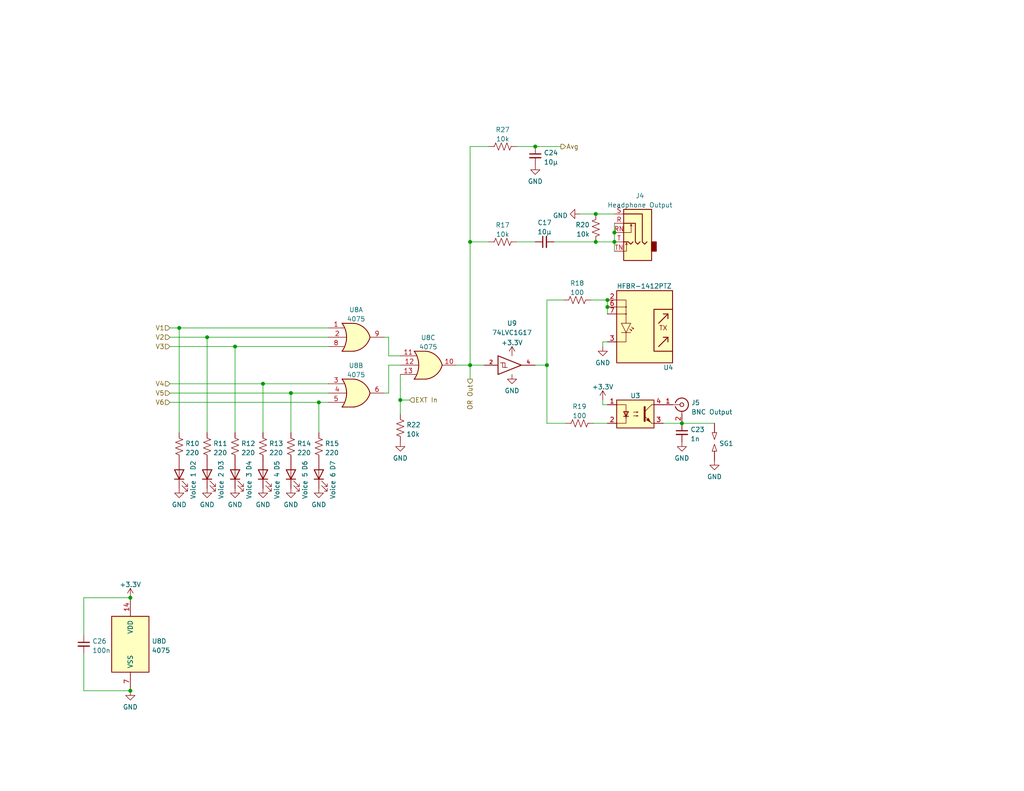
<source format=kicad_sch>
(kicad_sch (version 20230121) (generator eeschema)
  (paper "USLetter")
  (title_block (title "Sound Outputs") (rev "1") (comment 2 "July 2022") (comment 3 "Daniel Van Dalsem") (comment 4 "UCSB IEEE"))
  (lib_symbols
    (symbol "4xxx:4075" (pin_names (offset 1.016))
      (property "Reference" "U" (at 0 1.27 0))
      (property "Value" "4075" (at 0 -1.27 0))
      (symbol "4075_1_1"
        (arc (start -3.81 -3.81) (mid -2.589 0) (end -3.81 3.81) (stroke (width 0.254)))
        (arc (start -0.6096 -3.81) (mid 2.1842 -2.5851) (end 3.81 0) (stroke (width 0.254)) (fill (type background)))
        (polyline (pts (xy -3.81 -3.81) (xy -0.635 -3.81)) (stroke (width 0.254)) (fill (type background)))
        (polyline (pts (xy -3.81 3.81) (xy -0.635 3.81)) (stroke (width 0.254)) (fill (type background)))
        (polyline (pts (xy -0.635 3.81) (xy -3.81 3.81) (xy -3.81 3.81) (xy -3.556 3.4036) (xy -3.0226 2.2606) (xy -2.6924 1.0414) (xy -2.6162 -0.254) (xy -2.7686 -1.4986) (xy -3.175 -2.7178) (xy -3.81 -3.81) (xy -3.81 -3.81) (xy -0.635 -3.81)) (stroke (width -25.4)) (fill (type background)))
        (arc (start 3.81 0) (mid 2.1915 2.5936) (end -0.6096 3.81) (stroke (width 0.254)) (fill (type background)))
        (pin input line (at -7.62 2.54 0) (length 4.318) (name "~") (number "1"))
        (pin input line (at -7.62 0 0) (length 4.953) (name "~") (number "2"))
        (pin input line (at -7.62 -2.54 0) (length 4.318) (name "~") (number "8"))
        (pin output line (at 7.62 0 180) (length 3.81) (name "~") (number "9"))
      )
      (symbol "4075_1_2"
        (arc (start 0 -3.81) (mid 3.7934 0) (end 0 3.81) (stroke (width 0.254)) (fill (type background)))
        (polyline (pts (xy 0 3.81) (xy -3.81 3.81) (xy -3.81 -3.81) (xy 0 -3.81)) (stroke (width 0.254)) (fill (type background)))
        (pin input inverted (at -7.62 2.54 0) (length 3.81) (name "~") (number "1"))
        (pin input inverted (at -7.62 0 0) (length 3.81) (name "~") (number "2"))
        (pin input inverted (at -7.62 -2.54 0) (length 3.81) (name "~") (number "8"))
        (pin output inverted (at 7.62 0 180) (length 3.81) (name "~") (number "9"))
      )
      (symbol "4075_2_1"
        (arc (start -3.81 -3.81) (mid -2.589 0) (end -3.81 3.81) (stroke (width 0.254)))
        (arc (start -0.6096 -3.81) (mid 2.1842 -2.5851) (end 3.81 0) (stroke (width 0.254)) (fill (type background)))
        (polyline (pts (xy -3.81 -3.81) (xy -0.635 -3.81)) (stroke (width 0.254)) (fill (type background)))
        (polyline (pts (xy -3.81 3.81) (xy -0.635 3.81)) (stroke (width 0.254)) (fill (type background)))
        (polyline (pts (xy -0.635 3.81) (xy -3.81 3.81) (xy -3.81 3.81) (xy -3.556 3.4036) (xy -3.0226 2.2606) (xy -2.6924 1.0414) (xy -2.6162 -0.254) (xy -2.7686 -1.4986) (xy -3.175 -2.7178) (xy -3.81 -3.81) (xy -3.81 -3.81) (xy -0.635 -3.81)) (stroke (width -25.4)) (fill (type background)))
        (arc (start 3.81 0) (mid 2.1915 2.5936) (end -0.6096 3.81) (stroke (width 0.254)) (fill (type background)))
        (pin input line (at -7.62 2.54 0) (length 4.318) (name "~") (number "3"))
        (pin input line (at -7.62 0 0) (length 4.953) (name "~") (number "4"))
        (pin input line (at -7.62 -2.54 0) (length 4.318) (name "~") (number "5"))
        (pin output line (at 7.62 0 180) (length 3.81) (name "~") (number "6"))
      )
      (symbol "4075_2_2"
        (arc (start 0 -3.81) (mid 3.7934 0) (end 0 3.81) (stroke (width 0.254)) (fill (type background)))
        (polyline (pts (xy 0 3.81) (xy -3.81 3.81) (xy -3.81 -3.81) (xy 0 -3.81)) (stroke (width 0.254)) (fill (type background)))
        (pin input inverted (at -7.62 2.54 0) (length 3.81) (name "~") (number "3"))
        (pin input inverted (at -7.62 0 0) (length 3.81) (name "~") (number "4"))
        (pin input inverted (at -7.62 -2.54 0) (length 3.81) (name "~") (number "5"))
        (pin output inverted (at 7.62 0 180) (length 3.81) (name "~") (number "6"))
      )
      (symbol "4075_3_1"
        (arc (start -3.81 -3.81) (mid -2.589 0) (end -3.81 3.81) (stroke (width 0.254)))
        (arc (start -0.6096 -3.81) (mid 2.1842 -2.5851) (end 3.81 0) (stroke (width 0.254)) (fill (type background)))
        (polyline (pts (xy -3.81 -3.81) (xy -0.635 -3.81)) (stroke (width 0.254)) (fill (type background)))
        (polyline (pts (xy -3.81 3.81) (xy -0.635 3.81)) (stroke (width 0.254)) (fill (type background)))
        (polyline (pts (xy -0.635 3.81) (xy -3.81 3.81) (xy -3.81 3.81) (xy -3.556 3.4036) (xy -3.0226 2.2606) (xy -2.6924 1.0414) (xy -2.6162 -0.254) (xy -2.7686 -1.4986) (xy -3.175 -2.7178) (xy -3.81 -3.81) (xy -3.81 -3.81) (xy -0.635 -3.81)) (stroke (width -25.4)) (fill (type background)))
        (arc (start 3.81 0) (mid 2.1915 2.5936) (end -0.6096 3.81) (stroke (width 0.254)) (fill (type background)))
        (pin output line (at 7.62 0 180) (length 3.81) (name "~") (number "10"))
        (pin input line (at -7.62 2.54 0) (length 4.318) (name "~") (number "11"))
        (pin input line (at -7.62 0 0) (length 4.953) (name "~") (number "12"))
        (pin input line (at -7.62 -2.54 0) (length 4.318) (name "~") (number "13"))
      )
      (symbol "4075_3_2"
        (arc (start 0 -3.81) (mid 3.7934 0) (end 0 3.81) (stroke (width 0.254)) (fill (type background)))
        (polyline (pts (xy 0 3.81) (xy -3.81 3.81) (xy -3.81 -3.81) (xy 0 -3.81)) (stroke (width 0.254)) (fill (type background)))
        (pin output inverted (at 7.62 0 180) (length 3.81) (name "~") (number "10"))
        (pin input inverted (at -7.62 2.54 0) (length 3.81) (name "~") (number "11"))
        (pin input inverted (at -7.62 0 0) (length 3.81) (name "~") (number "12"))
        (pin input inverted (at -7.62 -2.54 0) (length 3.81) (name "~") (number "13"))
      )
      (symbol "4075_4_0"
        (pin power_in line (at 0 12.7 270) (length 5.08) (name "VDD") (number "14"))
        (pin power_in line (at 0 -12.7 90) (length 5.08) (name "VSS") (number "7"))
      )
      (symbol "4075_4_1"
        (rectangle (start -5.08 7.62) (end 5.08 -7.62) (stroke (width 0.254)) (fill (type background)))
      )
    )
    (symbol "74xGxx:74LVC1G17" (pin_names (offset 1.016))
      (property "Reference" "U" (at -2.54 3.81 0))
      (property "Value" "74LVC1G17" (at 0 -3.81 0))
      (symbol "74LVC1G17_0_1"
        (polyline (pts (xy -2.54 0.635) (xy -1.905 0.635) (xy -1.905 -0.635)))
        (polyline (pts (xy -3.81 2.54) (xy -3.81 -2.54) (xy 2.54 0) (xy -3.81 2.54)) (stroke (width 0.254)))
        (polyline (pts (xy -3.175 0.635) (xy -2.54 0.635) (xy -2.54 -0.635) (xy -1.27 -0.635)))
      )
      (symbol "74LVC1G17_1_1"
        (pin input line (at -7.62 0 0) (length 3.81) (name "~") (number "2"))
        (pin power_in line (at 0 -2.54 270) (length 0) hide (name "GND") (number "3"))
        (pin output line (at 6.35 0 180) (length 3.81) (name "~") (number "4"))
        (pin power_in line (at 0 2.54 90) (length 0) hide (name "VCC") (number "5"))
      )
    )
    (symbol "Connector:AudioJack3_SwitchTR"
      (property "Reference" "J" (at 0 8.89 0))
      (property "Value" "AudioJack3_SwitchTR" (at 0 6.35 0))
      (symbol "AudioJack3_SwitchTR_0_1"
        (rectangle (start -5.08 -5.08) (end -6.35 -7.62) (stroke (width 0.254)) (fill (type outline)))
        (polyline (pts (xy 0.508 -0.254) (xy 0.762 -0.762)))
        (polyline (pts (xy 1.778 -5.334) (xy 2.032 -5.842)))
        (polyline (pts (xy 0 -5.08) (xy 0.635 -5.715) (xy 1.27 -5.08) (xy 2.54 -5.08)) (stroke (width 0.254)))
        (polyline (pts (xy 2.54 -7.62) (xy 1.778 -7.62) (xy 1.778 -5.334) (xy 1.524 -5.842)))
        (polyline (pts (xy 2.54 -2.54) (xy 0.508 -2.54) (xy 0.508 -0.254) (xy 0.254 -0.762)))
        (polyline (pts (xy -1.905 -5.08) (xy -1.27 -5.715) (xy -0.635 -5.08) (xy -0.635 0) (xy 2.54 0)) (stroke (width 0.254)))
        (polyline (pts (xy 2.54 2.54) (xy -2.54 2.54) (xy -2.54 -5.08) (xy -3.175 -5.715) (xy -3.81 -5.08)) (stroke (width 0.254)))
        (rectangle (start 2.54 3.81) (end -5.08 -10.16) (stroke (width 0.254)) (fill (type background)))
      )
      (symbol "AudioJack3_SwitchTR_1_1"
        (pin passive line (at 5.08 0 180) (length 2.54) (name "~") (number "R"))
        (pin passive line (at 5.08 -2.54 180) (length 2.54) (name "~") (number "RN"))
        (pin passive line (at 5.08 2.54 180) (length 2.54) (name "~") (number "S"))
        (pin passive line (at 5.08 -5.08 180) (length 2.54) (name "~") (number "T"))
        (pin passive line (at 5.08 -7.62 180) (length 2.54) (name "~") (number "TN"))
      )
    )
    (symbol "Connector:Conn_Coaxial" (pin_names (offset 1.016) hide)
      (property "Reference" "J" (at 0.254 3.048 0))
      (property "Value" "Conn_Coaxial" (at 2.921 0 90))
      (symbol "Conn_Coaxial_0_1"
        (arc (start -1.778 -0.508) (mid 0.2311 -1.8066) (end 1.778 0) (stroke (width 0.254)))
        (polyline (pts (xy -2.54 0) (xy -0.508 0)))
        (polyline (pts (xy 0 -2.54) (xy 0 -1.778)))
        (circle (center 0 0) (radius 0.508) (stroke (width 0.2032)))
        (arc (start 1.778 0) (mid 0.2099 1.8101) (end -1.778 0.508) (stroke (width 0.254)))
      )
      (symbol "Conn_Coaxial_1_1"
        (pin passive line (at -5.08 0 0) (length 2.54) (name "In") (number "1"))
        (pin passive line (at 0 -5.08 90) (length 2.54) (name "Ext") (number "2"))
      )
    )
    (symbol "Custom_Symbols:HFBR-1412PTZ"
      (property "Reference" "U" (at 5.08 -10.795 0))
      (property "Value" "HFBR-1412PTZ" (at 0 11.43 0))
      (symbol "HFBR-1412PTZ_0_0"
        (text "TX" (at 5.08 0 0) (effects (font (size 1.27 1.27))))
      )
      (symbol "HFBR-1412PTZ_0_1"
        (rectangle (start -7.62 10.16) (end 7.62 -9.525) (stroke (width 0.254)) (fill (type background)))
        (circle (center -5.08 3.81) (radius 0.127) (fill (type outline)))
        (circle (center -5.08 5.715) (radius 0.127) (fill (type outline)))
        (polyline (pts (xy -3.81 -1.27) (xy -6.35 -1.27)))
        (polyline (pts (xy -3.81 1.27) (xy -6.35 1.27)))
        (polyline (pts (xy -3.556 -0.762) (xy -3.81 -0.762)))
        (polyline (pts (xy -3.048 -0.254) (xy -3.302 -0.254)))
        (polyline (pts (xy 6.35 -2.54) (xy 3.81 -5.08)) (stroke (width 0.254)))
        (polyline (pts (xy 6.35 -2.54) (xy 5.08 -2.54)) (stroke (width 0.254)))
        (polyline (pts (xy 6.35 -2.54) (xy 6.35 -3.81)) (stroke (width 0.254)))
        (polyline (pts (xy 6.35 3.81) (xy 3.81 1.27)) (stroke (width 0.254)))
        (polyline (pts (xy 6.35 3.81) (xy 5.08 3.81)) (stroke (width 0.254)))
        (polyline (pts (xy 6.35 3.81) (xy 6.35 2.54)) (stroke (width 0.254)))
        (polyline (pts (xy -7.62 3.81) (xy -5.08 3.81) (xy -5.08 1.27)))
        (polyline (pts (xy -6.35 1.27) (xy -5.08 -1.27) (xy -3.81 1.27)))
        (polyline (pts (xy -5.08 -1.27) (xy -5.08 -3.81) (xy -7.62 -3.81)))
        (polyline (pts (xy -5.08 3.81) (xy -5.08 5.715) (xy -7.62 5.715)))
        (polyline (pts (xy -5.08 5.715) (xy -5.08 7.62) (xy -7.62 7.62)))
        (polyline (pts (xy -4.064 -0.254) (xy -3.556 -0.762) (xy -3.556 -0.508)))
        (polyline (pts (xy -3.556 0.254) (xy -3.048 -0.254) (xy -3.048 0)))
        (polyline (pts (xy 7.62 5.08) (xy 2.54 5.08) (xy 2.54 -1.27) (xy 2.54 -6.35) (xy 7.62 -6.35)) (stroke (width 0.254)))
      )
      (symbol "HFBR-1412PTZ_1_1"
        (pin passive line (at -10.16 7.62 0) (length 2.54) (name "") (number "2"))
        (pin passive line (at -10.16 -3.81 0) (length 2.54) (name "") (number "3"))
        (pin passive line (at -10.16 5.715 0) (length 2.54) (name "") (number "6"))
        (pin passive line (at -10.16 3.81 0) (length 2.54) (name "") (number "7"))
      )
    )
    (symbol "Device:C_Small" (pin_numbers hide) (pin_names (offset 0.254) hide)
      (property "Reference" "C" (at 0.254 1.778 0))
      (property "Value" "C_Small" (at 0.254 -2.032 0))
      (symbol "C_Small_0_1"
        (polyline (pts (xy -1.524 -0.508) (xy 1.524 -0.508)) (stroke (width 0.3302)))
        (polyline (pts (xy -1.524 0.508) (xy 1.524 0.508)) (stroke (width 0.3048)))
      )
      (symbol "C_Small_1_1"
        (pin passive line (at 0 2.54 270) (length 2.032) (name "~") (number "1"))
        (pin passive line (at 0 -2.54 90) (length 2.032) (name "~") (number "2"))
      )
    )
    (symbol "Device:LED" (pin_numbers hide) (pin_names (offset 1.016) hide)
      (property "Reference" "D" (at 0 2.54 0))
      (property "Value" "LED" (at 0 -2.54 0))
      (symbol "LED_0_1"
        (polyline (pts (xy -1.27 -1.27) (xy -1.27 1.27)) (stroke (width 0.254)))
        (polyline (pts (xy -1.27 0) (xy 1.27 0)))
        (polyline (pts (xy 1.27 -1.27) (xy 1.27 1.27) (xy -1.27 0) (xy 1.27 -1.27)) (stroke (width 0.254)))
        (polyline (pts (xy -3.048 -0.762) (xy -4.572 -2.286) (xy -3.81 -2.286) (xy -4.572 -2.286) (xy -4.572 -1.524)))
        (polyline (pts (xy -1.778 -0.762) (xy -3.302 -2.286) (xy -2.54 -2.286) (xy -3.302 -2.286) (xy -3.302 -1.524)))
      )
      (symbol "LED_1_1"
        (pin passive line (at -3.81 0 0) (length 2.54) (name "K") (number "1"))
        (pin passive line (at 3.81 0 180) (length 2.54) (name "A") (number "2"))
      )
    )
    (symbol "Device:R_US" (pin_numbers hide) (pin_names (offset 0))
      (property "Reference" "R" (at 2.54 0 90))
      (property "Value" "R_US" (at -2.54 0 90))
      (symbol "R_US_0_1"
        (polyline (pts (xy 0 -2.286) (xy 0 -2.54)))
        (polyline (pts (xy 0 2.286) (xy 0 2.54)))
        (polyline (pts (xy 0 -0.762) (xy 1.016 -1.143) (xy 0 -1.524) (xy -1.016 -1.905) (xy 0 -2.286)))
        (polyline (pts (xy 0 0.762) (xy 1.016 0.381) (xy 0 0) (xy -1.016 -0.381) (xy 0 -0.762)))
        (polyline (pts (xy 0 2.286) (xy 1.016 1.905) (xy 0 1.524) (xy -1.016 1.143) (xy 0 0.762)))
      )
      (symbol "R_US_1_1"
        (pin passive line (at 0 3.81 270) (length 1.27) (name "~") (number "1"))
        (pin passive line (at 0 -3.81 90) (length 1.27) (name "~") (number "2"))
      )
    )
    (symbol "Device:SparkGap" (pin_numbers hide) (pin_names (offset 0))
      (property "Reference" "E" (at 0 2.032 0))
      (property "Value" "SparkGap" (at 0 -1.905 0))
      (symbol "SparkGap_0_1"
        (polyline (pts (xy -2.54 0.635) (xy -2.54 -0.635) (xy -0.635 0) (xy -2.54 0.635)))
        (polyline (pts (xy 2.54 0.635) (xy 2.54 -0.635) (xy 0.635 0) (xy 2.54 0.635)))
      )
      (symbol "SparkGap_1_1"
        (pin passive line (at -5.08 0 0) (length 2.54) (name "~") (number "1"))
        (pin passive line (at 5.08 0 180) (length 2.54) (name "~") (number "2"))
      )
    )
    (symbol "Isolator:SFH617A-1" (pin_names (offset 1.016))
      (property "Reference" "U" (at -5.08 5.08 0))
      (property "Value" "SFH617A-1" (at 0 5.08 0))
      (symbol "SFH617A-1_0_1"
        (rectangle (start -5.08 3.81) (end 5.08 -3.81) (stroke (width 0.254)) (fill (type background)))
        (polyline (pts (xy -3.175 -0.635) (xy -1.905 -0.635)) (stroke (width 0.254)))
        (polyline (pts (xy 2.54 0.635) (xy 4.445 2.54)))
        (polyline (pts (xy 4.445 -2.54) (xy 2.54 -0.635)) (fill (type outline)))
        (polyline (pts (xy 4.445 -2.54) (xy 5.08 -2.54)))
        (polyline (pts (xy 4.445 2.54) (xy 5.08 2.54)))
        (polyline (pts (xy -2.54 -0.635) (xy -2.54 -2.54) (xy -5.08 -2.54)))
        (polyline (pts (xy 2.54 1.905) (xy 2.54 -1.905) (xy 2.54 -1.905)) (stroke (width 0.508)))
        (polyline (pts (xy -5.08 2.54) (xy -2.54 2.54) (xy -2.54 -1.27) (xy -2.54 0.635)))
        (polyline (pts (xy -2.54 -0.635) (xy -3.175 0.635) (xy -1.905 0.635) (xy -2.54 -0.635)) (stroke (width 0.254)))
        (polyline (pts (xy -0.508 -0.508) (xy 0.762 -0.508) (xy 0.381 -0.635) (xy 0.381 -0.381) (xy 0.762 -0.508)))
        (polyline (pts (xy -0.508 0.508) (xy 0.762 0.508) (xy 0.381 0.381) (xy 0.381 0.635) (xy 0.762 0.508)))
        (polyline (pts (xy 3.048 -1.651) (xy 3.556 -1.143) (xy 4.064 -2.159) (xy 3.048 -1.651) (xy 3.048 -1.651)) (fill (type outline)))
      )
      (symbol "SFH617A-1_1_1"
        (pin passive line (at -7.62 2.54 0) (length 2.54) (name "~") (number "1"))
        (pin passive line (at -7.62 -2.54 0) (length 2.54) (name "~") (number "2"))
        (pin passive line (at 7.62 -2.54 180) (length 2.54) (name "~") (number "3"))
        (pin passive line (at 7.62 2.54 180) (length 2.54) (name "~") (number "4"))
      )
    )
    (symbol "power:+3.3V" (power) (pin_names (offset 0))
      (property "Value" "+3.3V" (at 0 3.556 0))
      (symbol "+3.3V_0_1"
        (polyline (pts (xy -0.762 1.27) (xy 0 2.54)))
        (polyline (pts (xy 0 0) (xy 0 2.54)))
        (polyline (pts (xy 0 2.54) (xy 0.762 1.27)))
      )
      (symbol "+3.3V_1_1"
        (pin power_in line (at 0 0 90) (length 0) hide (name "+3.3V") (number "1"))
      )
    )
    (symbol "power:GND" (power) (pin_names (offset 0))
      (property "Value" "GND" (at 0 -3.81 0))
      (symbol "GND_0_1"
        (polyline (pts (xy 0 0) (xy 0 -1.27) (xy 1.27 -1.27) (xy 0 -2.54) (xy -1.27 -1.27) (xy 0 -1.27)))
      )
      (symbol "GND_1_1"
        (pin power_in line (at 0 0 270) (length 0) hide (name "GND") (number "1"))
      )
    )
  )
  (junction (at 167.64 63.5))
  (junction (at 167.64 66.04))
  (junction (at 165.735 83.82))
  (junction (at 71.755 104.775))
  (junction (at 35.56 163.195))
  (junction (at 149.225 99.695))
  (junction (at 79.375 107.315))
  (junction (at 186.055 115.57))
  (junction (at 162.56 66.04))
  (junction (at 35.56 188.595))
  (junction (at 109.22 109.22))
  (junction (at 86.995 109.855))
  (junction (at 162.56 58.42))
  (junction (at 146.05 40.005))
  (junction (at 128.27 99.695))
  (junction (at 64.135 94.615))
  (junction (at 128.27 66.04))
  (junction (at 48.895 89.535))
  (junction (at 165.735 81.915))
  (junction (at 56.515 92.075))
  (wire (pts (xy 22.86 178.435) (xy 22.86 188.595)))
  (wire (pts (xy 164.465 109.22) (xy 164.465 110.49)))
  (wire (pts (xy 164.465 93.345) (xy 165.735 93.345)))
  (wire (pts (xy 56.515 92.075) (xy 89.535 92.075)))
  (wire (pts (xy 167.64 58.42) (xy 162.56 58.42)))
  (wire (pts (xy 104.775 92.075) (xy 106.045 92.075)))
  (wire (pts (xy 180.975 115.57) (xy 186.055 115.57)))
  (wire (pts (xy 64.135 94.615) (xy 89.535 94.615)))
  (wire (pts (xy 106.045 107.315) (xy 106.045 99.695)))
  (wire (pts (xy 164.465 110.49) (xy 165.735 110.49)))
  (wire (pts (xy 79.375 107.315) (xy 89.535 107.315)))
  (wire (pts (xy 71.755 104.775) (xy 71.755 118.11)))
  (wire (pts (xy 104.775 107.315) (xy 106.045 107.315)))
  (wire (pts (xy 164.465 94.615) (xy 164.465 93.345)))
  (wire (pts (xy 48.895 89.535) (xy 89.535 89.535)))
  (wire (pts (xy 128.27 66.04) (xy 133.35 66.04)))
  (wire (pts (xy 128.27 99.695) (xy 124.46 99.695)))
  (wire (pts (xy 128.27 66.04) (xy 128.27 99.695)))
  (wire (pts (xy 111.76 109.22) (xy 109.22 109.22)))
  (wire (pts (xy 167.64 63.5) (xy 167.64 66.04)))
  (wire (pts (xy 106.045 97.155) (xy 109.22 97.155)))
  (wire (pts (xy 22.86 163.195) (xy 35.56 163.195)))
  (wire (pts (xy 46.355 109.855) (xy 86.995 109.855)))
  (wire (pts (xy 161.29 81.915) (xy 165.735 81.915)))
  (wire (pts (xy 46.355 89.535) (xy 48.895 89.535)))
  (wire (pts (xy 165.735 81.915) (xy 165.735 83.82)))
  (wire (pts (xy 46.355 92.075) (xy 56.515 92.075)))
  (wire (pts (xy 149.225 81.915) (xy 153.67 81.915)))
  (wire (pts (xy 109.22 109.22) (xy 109.22 113.03)))
  (wire (pts (xy 149.225 115.57) (xy 154.305 115.57)))
  (wire (pts (xy 167.64 66.04) (xy 162.56 66.04)))
  (wire (pts (xy 161.925 115.57) (xy 165.735 115.57)))
  (wire (pts (xy 146.05 66.04) (xy 140.97 66.04)))
  (wire (pts (xy 146.05 99.695) (xy 149.225 99.695)))
  (wire (pts (xy 106.045 92.075) (xy 106.045 97.155)))
  (wire (pts (xy 128.27 99.695) (xy 132.08 99.695)))
  (wire (pts (xy 149.225 99.695) (xy 149.225 115.57)))
  (wire (pts (xy 140.97 40.005) (xy 146.05 40.005)))
  (wire (pts (xy 146.05 40.005) (xy 153.035 40.005)))
  (wire (pts (xy 64.135 94.615) (xy 64.135 118.11)))
  (wire (pts (xy 165.735 83.82) (xy 165.735 85.725)))
  (wire (pts (xy 56.515 92.075) (xy 56.515 118.11)))
  (wire (pts (xy 46.355 107.315) (xy 79.375 107.315)))
  (wire (pts (xy 22.86 173.355) (xy 22.86 163.195)))
  (wire (pts (xy 106.045 99.695) (xy 109.22 99.695)))
  (wire (pts (xy 167.64 66.04) (xy 167.64 68.58)))
  (wire (pts (xy 133.35 40.005) (xy 128.27 40.005)))
  (wire (pts (xy 167.64 60.96) (xy 167.64 63.5)))
  (wire (pts (xy 128.27 40.005) (xy 128.27 66.04)))
  (wire (pts (xy 186.055 115.57) (xy 194.945 115.57)))
  (wire (pts (xy 109.22 102.235) (xy 109.22 109.22)))
  (wire (pts (xy 151.13 66.04) (xy 162.56 66.04)))
  (wire (pts (xy 71.755 104.775) (xy 89.535 104.775)))
  (wire (pts (xy 86.995 109.855) (xy 86.995 118.11)))
  (wire (pts (xy 46.355 104.775) (xy 71.755 104.775)))
  (wire (pts (xy 149.225 81.915) (xy 149.225 99.695)))
  (wire (pts (xy 128.27 103.505) (xy 128.27 99.695)))
  (wire (pts (xy 48.895 89.535) (xy 48.895 118.11)))
  (wire (pts (xy 79.375 107.315) (xy 79.375 118.11)))
  (wire (pts (xy 22.86 188.595) (xy 35.56 188.595)))
  (wire (pts (xy 162.56 58.42) (xy 158.115 58.42)))
  (wire (pts (xy 46.355 94.615) (xy 64.135 94.615)))
  (wire (pts (xy 86.995 109.855) (xy 89.535 109.855)))
  (hierarchical_label "V4" (shape input) (at 46.355 104.775 180))
  (hierarchical_label "V1" (shape input) (at 46.355 89.535 180))
  (hierarchical_label "V6" (shape input) (at 46.355 109.855 180))
  (hierarchical_label "EXT In" (shape input) (at 111.76 109.22 0))
  (hierarchical_label "V5" (shape input) (at 46.355 107.315 180))
  (hierarchical_label "Avg" (shape output) (at 153.035 40.005 0))
  (hierarchical_label "V2" (shape input) (at 46.355 92.075 180))
  (hierarchical_label "V3" (shape input) (at 46.355 94.615 180))
  (hierarchical_label "OR Out" (shape output) (at 128.27 103.505 270))
  (symbol (lib_id "Device:C_Small") (at 146.05 42.545 0) (unit 1)
    (property "Reference" "C24" (at 148.3741 41.7166 0) (effects (justify left)))
    (property "Value" "10µ" (at 148.3741 44.2535 0) (effects (justify left)))
    (property "Footprint" "Capacitor_SMD:C_0805_2012Metric_Pad1.18x1.45mm_HandSolder" (effects hide))
  )
  (symbol (lib_id "power:GND") (at 146.05 45.085 0) (unit 1)
    (property "Reference" "#PWR058" (effects hide))
    (property "Value" "GND" (at 146.05 49.5284 0))
  )
  (symbol (lib_id "Device:LED") (at 56.515 129.54 90) (unit 1)
    (property "Reference" "D3" (at 60.325 125.73 0) (effects (justify right)))
    (property "Value" "Voice 2" (at 60.325 128.905 0) (effects (justify right)))
    (property "Footprint" "LED_THT:LED_D5.0mm" (effects hide))
  )
  (symbol (lib_id "power:GND") (at 48.895 133.35 0) (unit 1)
    (property "Reference" "#PWR027" (effects hide))
    (property "Value" "GND" (at 48.895 137.7934 0))
  )
  (symbol (lib_id "Connector:Conn_Coaxial") (at 186.055 110.49 0) (unit 1)
    (property "Reference" "J5" (at 188.5951 109.9485 0) (effects (justify left)))
    (property "Value" "BNC Output" (at 188.5951 112.4854 0) (effects (justify left)))
    (property "Footprint" "Custom_Footprints:Adam_Tech_BNC_RF1-01K-D-00-50-BK-HDW" (effects hide))
    (property "Datasheet" " ~" (effects hide))
  )
  (symbol (lib_id "power:GND") (at 194.945 125.73 0) (unit 1)
    (property "Reference" "#PWR059" (effects hide))
    (property "Value" "GND" (at 194.945 130.1734 0))
  )
  (symbol (lib_id "power:GND") (at 64.135 133.35 0) (unit 1)
    (property "Reference" "#PWR029" (effects hide))
    (property "Value" "GND" (at 64.135 137.7934 0))
  )
  (symbol (lib_id "Connector:AudioJack3_SwitchTR") (at 172.72 60.96 0) (mirror y) (unit 1)
    (property "Reference" "J4" (at 174.625 53.4502 0))
    (property "Value" "Headphone Output" (at 174.625 55.9871 0))
    (property "Footprint" "Custom_Footprints:Adam_Tech_ASJ-99H-X-HT-TR" (effects hide))
  )
  (symbol (lib_id "Device:R_US") (at 109.22 116.84 0) (unit 1)
    (property "Reference" "R22" (at 110.871 116.0053 0) (effects (justify left)))
    (property "Value" "10k" (at 110.871 118.5422 0) (effects (justify left)))
    (property "Footprint" "Resistor_SMD:R_0603_1608Metric_Pad0.98x0.95mm_HandSolder" (effects hide))
  )
  (symbol (lib_id "Device:R_US") (at 86.995 121.92 0) (unit 1)
    (property "Reference" "R15" (at 88.646 121.0853 0) (effects (justify left)))
    (property "Value" "220" (at 88.646 123.6222 0) (effects (justify left)))
    (property "Footprint" "Resistor_SMD:R_0603_1608Metric_Pad0.98x0.95mm_HandSolder" (effects hide))
  )
  (symbol (lib_id "Device:C_Small") (at 22.86 175.895 0) (unit 1)
    (property "Reference" "C26" (at 25.1841 175.0666 0) (effects (justify left)))
    (property "Value" "100n" (at 25.1841 177.6035 0) (effects (justify left)))
    (property "Footprint" "Capacitor_SMD:C_0603_1608Metric_Pad1.08x0.95mm_HandSolder" (effects hide))
  )
  (symbol (lib_id "power:GND") (at 86.995 133.35 0) (unit 1)
    (property "Reference" "#PWR032" (effects hide))
    (property "Value" "GND" (at 86.995 137.7934 0))
  )
  (symbol (lib_id "Device:R_US") (at 71.755 121.92 0) (unit 1)
    (property "Reference" "R13" (at 73.406 121.0853 0) (effects (justify left)))
    (property "Value" "220" (at 73.406 123.6222 0) (effects (justify left)))
    (property "Footprint" "Resistor_SMD:R_0603_1608Metric_Pad0.98x0.95mm_HandSolder" (effects hide))
  )
  (symbol (lib_id "4xxx:4075") (at 116.84 99.695 0) (unit 3)
    (property "Reference" "U8" (at 116.84 92.1852 0))
    (property "Value" "4075" (at 116.84 94.7221 0))
    (property "Footprint" "Package_SO:SOIC-14_3.9x8.7mm_P1.27mm" (effects hide))
    (property "Datasheet" "http://www.intersil.com/content/dam/Intersil/documents/cd40/cd4071bms-72bms-75bms.pdf" (effects hide))
  )
  (symbol (lib_id "4xxx:4075") (at 97.155 92.075 0) (unit 1)
    (property "Reference" "U8" (at 97.155 84.5652 0))
    (property "Value" "4075" (at 97.155 87.1021 0))
    (property "Footprint" "Package_SO:SOIC-14_3.9x8.7mm_P1.27mm" (effects hide))
    (property "Datasheet" "http://www.intersil.com/content/dam/Intersil/documents/cd40/cd4071bms-72bms-75bms.pdf" (effects hide))
  )
  (symbol (lib_id "Device:R_US") (at 137.16 40.005 90) (unit 1)
    (property "Reference" "R27" (at 137.16 35.4162 90))
    (property "Value" "10k" (at 137.16 37.9531 90))
    (property "Footprint" "Resistor_SMD:R_0603_1608Metric_Pad0.98x0.95mm_HandSolder" (effects hide))
  )
  (symbol (lib_id "power:+3.3V") (at 35.56 163.195 0) (unit 1)
    (property "Reference" "#PWR0102" (effects hide))
    (property "Value" "+3.3V" (at 35.56 159.6192 0))
  )
  (symbol (lib_id "Device:R_US") (at 158.115 115.57 270) (unit 1)
    (property "Reference" "R19" (at 158.115 110.9812 90))
    (property "Value" "100" (at 158.115 113.5181 90))
    (property "Footprint" "Resistor_SMD:R_0603_1608Metric_Pad0.98x0.95mm_HandSolder" (effects hide))
  )
  (symbol (lib_id "Device:R_US") (at 56.515 121.92 0) (unit 1)
    (property "Reference" "R11" (at 58.166 121.0853 0) (effects (justify left)))
    (property "Value" "220" (at 58.166 123.6222 0) (effects (justify left)))
    (property "Footprint" "Resistor_SMD:R_0603_1608Metric_Pad0.98x0.95mm_HandSolder" (effects hide))
  )
  (symbol (lib_id "Device:R_US") (at 162.56 62.23 0) (mirror y) (unit 1)
    (property "Reference" "R20" (at 160.909 61.3953 0) (effects (justify left)))
    (property "Value" "10k" (at 160.909 63.9322 0) (effects (justify left)))
    (property "Footprint" "Resistor_SMD:R_0603_1608Metric_Pad0.98x0.95mm_HandSolder" (effects hide))
  )
  (symbol (lib_id "Device:LED") (at 48.895 129.54 90) (unit 1)
    (property "Reference" "D2" (at 52.705 125.73 0) (effects (justify right)))
    (property "Value" "Voice 1" (at 52.705 128.905 0) (effects (justify right)))
    (property "Footprint" "LED_THT:LED_D5.0mm" (effects hide))
  )
  (symbol (lib_id "Device:C_Small") (at 148.59 66.04 90) (unit 1)
    (property "Reference" "C17" (at 148.5963 60.7781 90))
    (property "Value" "10µ" (at 148.5963 63.315 90))
    (property "Footprint" "Capacitor_SMD:C_0805_2012Metric_Pad1.18x1.45mm_HandSolder" (effects hide))
  )
  (symbol (lib_id "4xxx:4075") (at 97.155 107.315 0) (unit 2)
    (property "Reference" "U8" (at 97.155 99.8052 0))
    (property "Value" "4075" (at 97.155 102.3421 0))
    (property "Footprint" "Package_SO:SOIC-14_3.9x8.7mm_P1.27mm" (effects hide))
    (property "Datasheet" "http://www.intersil.com/content/dam/Intersil/documents/cd40/cd4071bms-72bms-75bms.pdf" (effects hide))
  )
  (symbol (lib_id "power:GND") (at 56.515 133.35 0) (unit 1)
    (property "Reference" "#PWR028" (effects hide))
    (property "Value" "GND" (at 56.515 137.7934 0))
  )
  (symbol (lib_id "power:+3.3V") (at 164.465 109.22 0) (unit 1)
    (property "Reference" "#PWR038" (effects hide))
    (property "Value" "+3.3V" (at 164.465 105.6442 0))
  )
  (symbol (lib_id "Device:R_US") (at 157.48 81.915 270) (unit 1)
    (property "Reference" "R18" (at 157.48 77.3262 90))
    (property "Value" "100" (at 157.48 79.8631 90))
    (property "Footprint" "Resistor_SMD:R_0603_1608Metric_Pad0.98x0.95mm_HandSolder" (effects hide))
  )
  (symbol (lib_id "Device:SparkGap") (at 194.945 120.65 90) (unit 1)
    (property "Reference" "SG1" (at 196.215 121.0838 90) (effects (justify right)))
    (property "Value" "SparkGap" (effects hide))
    (property "Footprint" "Custom_Footprints:Spark_Gap" (effects hide))
  )
  (symbol (lib_id "Device:LED") (at 79.375 129.54 90) (unit 1)
    (property "Reference" "D6" (at 83.185 125.73 0) (effects (justify right)))
    (property "Value" "Voice 5" (at 83.185 128.905 0) (effects (justify right)))
    (property "Footprint" "LED_THT:LED_D5.0mm" (effects hide))
  )
  (symbol (lib_id "Custom_Symbols:HFBR-1412PTZ") (at 175.895 89.535 0) (unit 1)
    (property "Reference" "U4" (at 180.975 100.33 0) (effects (justify left)))
    (property "Value" "HFBR-1412PTZ" (at 168.275 78.105 0) (effects (justify left)))
    (property "Footprint" "Custom_Footprints:Broadcom_HFBR-1412PTZ" (effects hide))
    (property "Datasheet" "https://docs.broadcom.com/doc/AV02-0176EN" (effects hide))
  )
  (symbol (lib_id "power:GND") (at 139.7 102.235 0) (unit 1)
    (property "Reference" "#PWR0105" (effects hide))
    (property "Value" "GND" (at 139.7 106.6784 0))
  )
  (symbol (lib_id "Device:R_US") (at 79.375 121.92 0) (unit 1)
    (property "Reference" "R14" (at 81.026 121.0853 0) (effects (justify left)))
    (property "Value" "220" (at 81.026 123.6222 0) (effects (justify left)))
    (property "Footprint" "Resistor_SMD:R_0603_1608Metric_Pad0.98x0.95mm_HandSolder" (effects hide))
  )
  (symbol (lib_id "Device:LED") (at 86.995 129.54 90) (unit 1)
    (property "Reference" "D7" (at 90.805 125.73 0) (effects (justify right)))
    (property "Value" "Voice 6" (at 90.805 128.905 0) (effects (justify right)))
    (property "Footprint" "LED_THT:LED_D5.0mm" (effects hide))
  )
  (symbol (lib_id "power:GND") (at 79.375 133.35 0) (unit 1)
    (property "Reference" "#PWR031" (effects hide))
    (property "Value" "GND" (at 79.375 137.7934 0))
  )
  (symbol (lib_id "Device:C_Small") (at 186.055 118.11 0) (unit 1)
    (property "Reference" "C23" (at 188.3791 117.2816 0) (effects (justify left)))
    (property "Value" "1n" (at 188.3791 119.8185 0) (effects (justify left)))
    (property "Footprint" "Capacitor_THT:C_Disc_D7.5mm_W5.0mm_P7.50mm" (effects hide))
  )
  (symbol (lib_id "Device:LED") (at 64.135 129.54 90) (unit 1)
    (property "Reference" "D4" (at 67.945 125.73 0) (effects (justify right)))
    (property "Value" "Voice 3" (at 67.945 128.905 0) (effects (justify right)))
    (property "Footprint" "LED_THT:LED_D5.0mm" (effects hide))
  )
  (symbol (lib_id "power:+3.3V") (at 139.7 97.155 0) (unit 1)
    (property "Reference" "#PWR0106" (effects hide))
    (property "Value" "+3.3V" (at 139.7 93.5792 0))
  )
  (symbol (lib_id "power:GND") (at 109.22 120.65 0) (unit 1)
    (property "Reference" "#PWR0104" (effects hide))
    (property "Value" "GND" (at 109.22 125.0934 0))
  )
  (symbol (lib_id "4xxx:4075") (at 35.56 175.895 0) (unit 4)
    (property "Reference" "U8" (at 41.402 175.0603 0) (effects (justify left)))
    (property "Value" "4075" (at 41.402 177.5972 0) (effects (justify left)))
    (property "Footprint" "Package_SO:SOIC-14_3.9x8.7mm_P1.27mm" (effects hide))
    (property "Datasheet" "http://www.intersil.com/content/dam/Intersil/documents/cd40/cd4071bms-72bms-75bms.pdf" (effects hide))
  )
  (symbol (lib_id "Device:R_US") (at 64.135 121.92 0) (unit 1)
    (property "Reference" "R12" (at 65.786 121.0853 0) (effects (justify left)))
    (property "Value" "220" (at 65.786 123.6222 0) (effects (justify left)))
    (property "Footprint" "Resistor_SMD:R_0603_1608Metric_Pad0.98x0.95mm_HandSolder" (effects hide))
  )
  (symbol (lib_id "74xGxx:74LVC1G17") (at 139.7 99.695 0) (unit 1)
    (property "Reference" "U9" (at 139.7 88.265 0))
    (property "Value" "74LVC1G17" (at 139.7 90.805 0))
    (property "Footprint" "Package_TO_SOT_SMD:SOT-23-5" (effects hide))
    (property "Datasheet" "http://www.ti.com/lit/sg/scyt129e/scyt129e.pdf" (effects hide))
  )
  (symbol (lib_id "Isolator:SFH617A-1") (at 173.355 113.03 0) (unit 1)
    (property "Reference" "U3" (at 173.355 108.0572 0))
    (property "Value" "SFH617A-1" (effects hide))
    (property "Footprint" "Package_DIP:DIP-4_W10.16mm" (effects hide))
    (property "Datasheet" "http://www.vishay.com/docs/83740/sfh617a.pdf" (effects hide))
  )
  (symbol (lib_id "power:GND") (at 186.055 120.65 0) (unit 1)
    (property "Reference" "#PWR057" (effects hide))
    (property "Value" "GND" (at 186.055 125.0934 0))
  )
  (symbol (lib_id "power:GND") (at 35.56 188.595 0) (unit 1)
    (property "Reference" "#PWR0103" (effects hide))
    (property "Value" "GND" (at 35.56 193.0384 0))
  )
  (symbol (lib_id "Device:R_US") (at 48.895 121.92 0) (unit 1)
    (property "Reference" "R10" (at 50.546 121.0853 0) (effects (justify left)))
    (property "Value" "220" (at 50.546 123.6222 0) (effects (justify left)))
    (property "Footprint" "Resistor_SMD:R_0603_1608Metric_Pad0.98x0.95mm_HandSolder" (effects hide))
  )
  (symbol (lib_id "Device:R_US") (at 137.16 66.04 90) (unit 1)
    (property "Reference" "R17" (at 137.16 61.4512 90))
    (property "Value" "10k" (at 137.16 63.9881 90))
    (property "Footprint" "Resistor_SMD:R_0603_1608Metric_Pad0.98x0.95mm_HandSolder" (effects hide))
  )
  (symbol (lib_id "power:GND") (at 71.755 133.35 0) (unit 1)
    (property "Reference" "#PWR030" (effects hide))
    (property "Value" "GND" (at 71.755 137.7934 0))
  )
  (symbol (lib_id "Device:LED") (at 71.755 129.54 90) (unit 1)
    (property "Reference" "D5" (at 75.565 125.73 0) (effects (justify right)))
    (property "Value" "Voice 4" (at 75.565 128.905 0) (effects (justify right)))
    (property "Footprint" "LED_THT:LED_D5.0mm" (effects hide))
  )
  (symbol (lib_id "power:GND") (at 164.465 94.615 0) (unit 1)
    (property "Reference" "#PWR0107" (effects hide))
    (property "Value" "GND" (at 164.465 99.0584 0))
  )
  (symbol (lib_id "power:GND") (at 158.115 58.42 270) (mirror x) (unit 1)
    (property "Reference" "#PWR039" (effects hide))
    (property "Value" "GND" (at 154.9401 58.8538 90) (effects (justify right)))
  )
)
</source>
